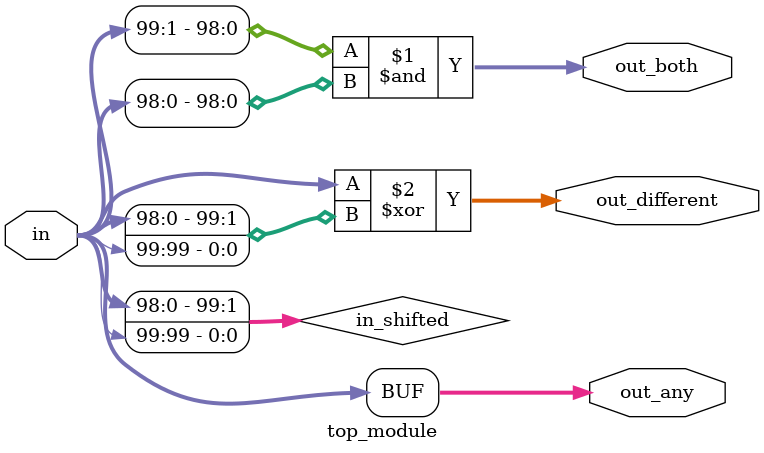
<source format=sv>
module top_module (
    input [99:0] in,
    output [98:0] out_both,
    output [99:0] out_any,
    output [99:0] out_different
);

    // Create the shifted input signal
    wire [99:0] in_shifted;
    assign in_shifted[99:1] = in[98:0];
    assign in_shifted[0] = in[99];

    // Generate the output signals
    assign out_both = in[99:1] & in_shifted[99:1];
    assign out_any = in;
    assign out_different = in ^ in_shifted;

endmodule

</source>
